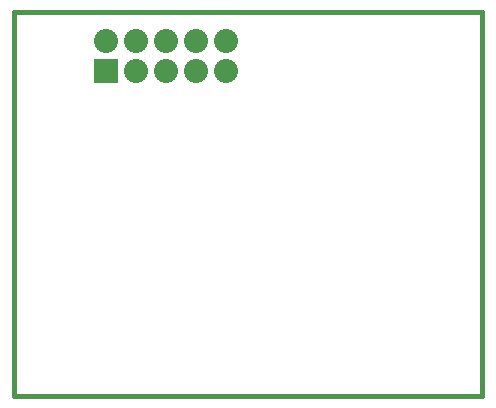
<source format=gbs>
G04 (created by PCBNEW-RS274X (2010-03-14)-final) date mar 08 nov 2011 08:32:22 ART*
G01*
G70*
G90*
%MOIN*%
G04 Gerber Fmt 3.4, Leading zero omitted, Abs format*
%FSLAX34Y34*%
G04 APERTURE LIST*
%ADD10C,0.000100*%
%ADD11C,0.015000*%
%ADD12R,0.080000X0.080000*%
%ADD13C,0.080000*%
G04 APERTURE END LIST*
G54D10*
G54D11*
X51900Y-31500D02*
X51900Y-18700D01*
X67500Y-31500D02*
X51900Y-31500D01*
X67500Y-18700D02*
X67500Y-31500D01*
X51900Y-18700D02*
X67500Y-18700D01*
G54D12*
X54950Y-20650D03*
G54D13*
X54950Y-19650D03*
X55950Y-20650D03*
X55950Y-19650D03*
X56950Y-20650D03*
X56950Y-19650D03*
X57950Y-20650D03*
X57950Y-19650D03*
X58950Y-20650D03*
X58950Y-19650D03*
M02*

</source>
